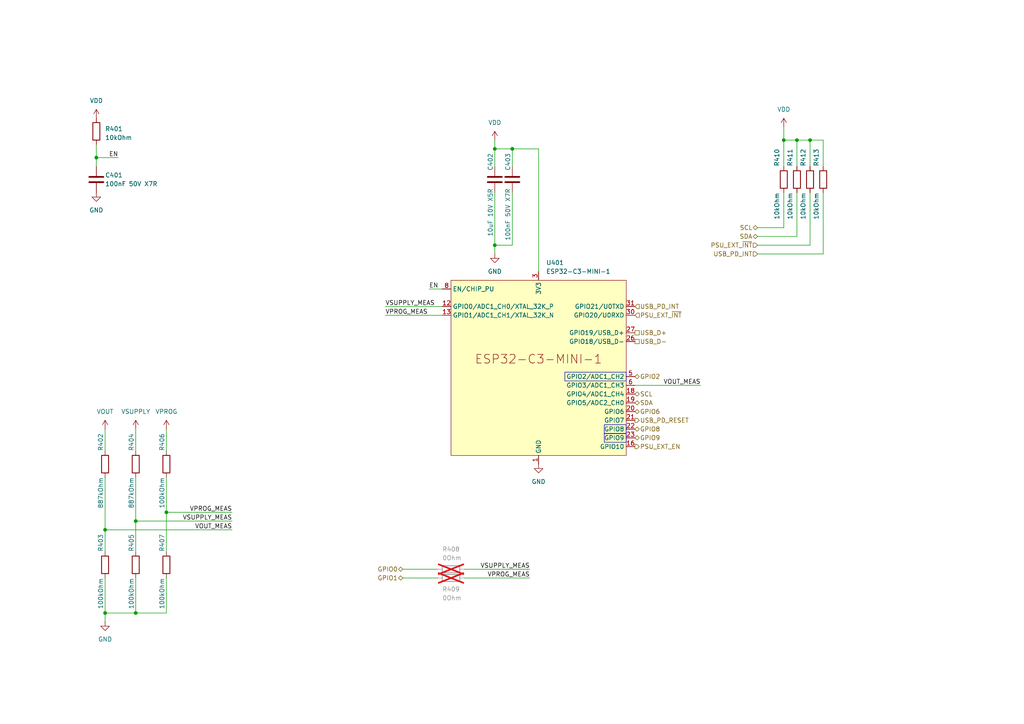
<source format=kicad_sch>
(kicad_sch (version 20231120) (generator "eeschema") (generator_version "8.0")
  (paper "A4")
  (title_block (title "Variable USB power supply") (date "2024-04-23") (rev "1") (company "Sarif"))
  (lib_symbols
    (symbol "Device:C" (pin_numbers hide) (pin_names (offset 0.254))
      (property "Reference" "C" (at 0.635 2.54 0))
      (property "Value" "C" (at 0.635 -2.54 0))
      (symbol "C_0_1"
        (polyline (pts (xy -2.032 -0.762) (xy 2.032 -0.762)) (stroke (width 0.508)))
        (polyline (pts (xy -2.032 0.762) (xy 2.032 0.762)) (stroke (width 0.508)))
      )
      (symbol "C_1_1"
        (pin passive line (at 0 3.81 270) (length 2.794) (name "~") (number "1"))
        (pin passive line (at 0 -3.81 90) (length 2.794) (name "~") (number "2"))
      )
    )
    (symbol "Device:R" (pin_numbers hide) (pin_names (offset 0))
      (property "Reference" "R" (at 2.032 0 90))
      (property "Value" "R" (at 0 0 90))
      (symbol "R_0_1"
        (rectangle (start -1.016 -2.54) (end 1.016 2.54) (stroke (width 0.254)))
      )
      (symbol "R_1_1"
        (pin passive line (at 0 3.81 270) (length 1.27) (name "~") (number "1"))
        (pin passive line (at 0 -3.81 90) (length 1.27) (name "~") (number "2"))
      )
    )
    (symbol "PCM_Espressif:ESP32-C3-MINI-1"
      (property "Reference" "U" (at -25.4 30.48 0))
      (property "Value" "ESP32-C3-MINI-1" (at -25.4 27.94 0))
      (symbol "ESP32-C3-MINI-1_0_0"
        (text "ESP32-C3-MINI-1" (at 0 2.54 0) (effects (font (size 2.54 2.54))))
      )
      (symbol "ESP32-C3-MINI-1_0_1"
        (rectangle (start -25.4 25.4) (end 25.4 -25.4) (fill (type background)))
      )
      (symbol "ESP32-C3-MINI-1_1_1"
        (pin power_in line (at 0 -27.94 90) (length 2.54) (name "GND") (number "1"))
        (pin no_connect line (at -25.4 2.54 0) (length 2.54) hide (name "NC") (number "10"))
        (pin passive line (at 0 -27.94 90) (length 2.54) hide (name "GND") (number "11"))
        (pin bidirectional line (at -27.94 17.78 0) (length 2.54) (name "GPIO0/ADC1_CH0/XTAL_32K_P") (number "12"))
        (pin bidirectional line (at -27.94 15.24 0) (length 2.54) (name "GPIO1/ADC1_CH1/XTAL_32K_N") (number "13"))
        (pin passive line (at 0 -27.94 90) (length 2.54) hide (name "GND") (number "14"))
        (pin no_connect line (at -25.4 0 0) (length 2.54) hide (name "NC") (number "15"))
        (pin bidirectional line (at 27.94 -22.86 180) (length 2.54) (name "GPIO10") (number "16"))
        (pin no_connect line (at -25.4 -2.54 0) (length 2.54) hide (name "NC") (number "17"))
        (pin bidirectional line (at 27.94 -7.62 180) (length 2.54) (name "GPIO4/ADC1_CH4") (number "18"))
        (pin bidirectional line (at 27.94 -10.16 180) (length 2.54) (name "GPIO5/ADC2_CH0") (number "19"))
        (pin passive line (at 0 -27.94 90) (length 2.54) hide (name "GND") (number "2"))
        (pin bidirectional line (at 27.94 -12.7 180) (length 2.54) (name "GPIO6") (number "20"))
        (pin bidirectional line (at 27.94 -15.24 180) (length 2.54) (name "GPIO7") (number "21"))
        (pin bidirectional line (at 27.94 -17.78 180) (length 2.54) (name "GPIO8") (number "22"))
        (pin bidirectional line (at 27.94 -20.32 180) (length 2.54) (name "GPIO9") (number "23"))
        (pin no_connect line (at -25.4 -5.08 0) (length 2.54) hide (name "NC") (number "24"))
        (pin no_connect line (at -25.4 -7.62 0) (length 2.54) hide (name "NC") (number "25"))
        (pin bidirectional line (at 27.94 7.62 180) (length 2.54) (name "GPIO18/USB_D-") (number "26"))
        (pin bidirectional line (at 27.94 10.16 180) (length 2.54) (name "GPIO19/USB_D+") (number "27"))
        (pin no_connect line (at -25.4 -10.16 0) (length 2.54) hide (name "NC") (number "28"))
        (pin no_connect line (at -25.4 -12.7 0) (length 2.54) hide (name "NC") (number "29"))
        (pin power_in line (at 0 27.94 270) (length 2.54) (name "3V3") (number "3"))
        (pin bidirectional line (at 27.94 15.24 180) (length 2.54) (name "GPIO20/U0RXD") (number "30"))
        (pin bidirectional line (at 27.94 17.78 180) (length 2.54) (name "GPIO21/U0TXD") (number "31"))
        (pin no_connect line (at -25.4 -15.24 0) (length 2.54) hide (name "NC") (number "32"))
        (pin no_connect line (at -25.4 -17.78 0) (length 2.54) hide (name "NC") (number "33"))
        (pin no_connect line (at -25.4 -20.32 0) (length 2.54) hide (name "NC") (number "34"))
        (pin no_connect line (at -25.4 -22.86 0) (length 2.54) hide (name "NC") (number "35"))
        (pin passive line (at 0 -27.94 90) (length 2.54) hide (name "GND") (number "36"))
        (pin passive line (at 0 -27.94 90) (length 2.54) hide (name "GND") (number "37"))
        (pin passive line (at 0 -27.94 90) (length 2.54) hide (name "GND") (number "38"))
        (pin passive line (at 0 -27.94 90) (length 2.54) hide (name "GND") (number "39"))
        (pin no_connect line (at -25.4 10.16 0) (length 2.54) hide (name "NC") (number "4"))
        (pin passive line (at 0 -27.94 90) (length 2.54) hide (name "GND") (number "40"))
        (pin passive line (at 0 -27.94 90) (length 2.54) hide (name "GND") (number "41"))
        (pin passive line (at 0 -27.94 90) (length 2.54) hide (name "GND") (number "42"))
        (pin passive line (at 0 -27.94 90) (length 2.54) hide (name "GND") (number "43"))
        (pin passive line (at 0 -27.94 90) (length 2.54) hide (name "GND") (number "44"))
        (pin passive line (at 0 -27.94 90) (length 2.54) hide (name "GND") (number "45"))
        (pin passive line (at 0 -27.94 90) (length 2.54) hide (name "GND") (number "46"))
        (pin passive line (at 0 -27.94 90) (length 2.54) hide (name "GND") (number "47"))
        (pin passive line (at 0 -27.94 90) (length 2.54) hide (name "GND") (number "48"))
        (pin passive line (at 0 -27.94 90) (length 2.54) hide (name "GND") (number "49"))
        (pin bidirectional line (at 27.94 -2.54 180) (length 2.54) (name "GPIO2/ADC1_CH2") (number "5"))
        (pin passive line (at 0 -27.94 90) (length 2.54) hide (name "GND") (number "50"))
        (pin passive line (at 0 -27.94 90) (length 2.54) hide (name "GND") (number "51"))
        (pin passive line (at 0 -27.94 90) (length 2.54) hide (name "GND") (number "52"))
        (pin passive line (at 0 -27.94 90) (length 2.54) hide (name "GND") (number "53"))
        (pin bidirectional line (at 27.94 -5.08 180) (length 2.54) (name "GPIO3/ADC1_CH3") (number "6"))
        (pin no_connect line (at -25.4 7.62 0) (length 2.54) hide (name "NC") (number "7"))
        (pin input line (at -27.94 22.86 0) (length 2.54) (name "EN/CHIP_PU") (number "8"))
        (pin no_connect line (at -25.4 5.08 0) (length 2.54) hide (name "NC") (number "9"))
      )
    )
    (symbol "power:GND" (power) (pin_numbers hide) (pin_names (offset 0) hide)
      (property "Value" "GND" (at 0 -3.81 0))
      (symbol "GND_0_1"
        (polyline (pts (xy 0 0) (xy 0 -1.27) (xy 1.27 -1.27) (xy 0 -2.54) (xy -1.27 -1.27) (xy 0 -1.27)))
      )
      (symbol "GND_1_1"
        (pin power_in line (at 0 0 270) (length 0) (name "~") (number "1"))
      )
    )
    (symbol "power:VBUS" (power) (pin_numbers hide) (pin_names (offset 0) hide)
      (property "Value" "VBUS" (at 0 3.556 0))
      (symbol "VBUS_0_1"
        (polyline (pts (xy -0.762 1.27) (xy 0 2.54)))
        (polyline (pts (xy 0 0) (xy 0 2.54)))
        (polyline (pts (xy 0 2.54) (xy 0.762 1.27)))
      )
      (symbol "VBUS_1_1"
        (pin power_in line (at 0 0 90) (length 0) (name "~") (number "1"))
      )
    )
    (symbol "power:VDD" (power) (pin_numbers hide) (pin_names (offset 0) hide)
      (property "Value" "VDD" (at 0 3.556 0))
      (symbol "VDD_0_1"
        (polyline (pts (xy -0.762 1.27) (xy 0 2.54)))
        (polyline (pts (xy 0 0) (xy 0 2.54)))
        (polyline (pts (xy 0 2.54) (xy 0.762 1.27)))
      )
      (symbol "VDD_1_1"
        (pin power_in line (at 0 0 90) (length 0) (name "~") (number "1"))
      )
    )
  )
  (junction (at 143.51 43.18))
  (junction (at 227.33 40.64))
  (junction (at 148.59 43.18))
  (junction (at 39.37 177.8))
  (junction (at 30.48 177.8))
  (junction (at 27.94 45.72))
  (junction (at 48.26 148.59))
  (junction (at 143.51 71.12))
  (junction (at 30.48 153.67))
  (junction (at 39.37 151.13))
  (junction (at 231.14 40.64))
  (junction (at 234.95 40.64))
  (wire (pts (xy 148.59 43.18) (xy 148.59 48.26)))
  (wire (pts (xy 48.26 148.59) (xy 67.31 148.59)))
  (wire (pts (xy 227.33 55.88) (xy 227.33 66.04)))
  (wire (pts (xy 227.33 40.64) (xy 227.33 48.26)))
  (wire (pts (xy 39.37 151.13) (xy 39.37 160.02)))
  (wire (pts (xy 231.14 48.26) (xy 231.14 40.64)))
  (wire (pts (xy 30.48 124.46) (xy 30.48 130.81)))
  (wire (pts (xy 48.26 138.43) (xy 48.26 148.59)))
  (wire (pts (xy 219.71 68.58) (xy 231.14 68.58)))
  (wire (pts (xy 27.94 45.72) (xy 27.94 48.26)))
  (wire (pts (xy 30.48 138.43) (xy 30.48 153.67)))
  (wire (pts (xy 116.84 167.64) (xy 127 167.64)))
  (wire (pts (xy 238.76 40.64) (xy 234.95 40.64)))
  (wire (pts (xy 219.71 71.12) (xy 234.95 71.12)))
  (wire (pts (xy 219.71 73.66) (xy 238.76 73.66)))
  (wire (pts (xy 30.48 177.8) (xy 39.37 177.8)))
  (wire (pts (xy 39.37 177.8) (xy 48.26 177.8)))
  (wire (pts (xy 48.26 148.59) (xy 48.26 160.02)))
  (wire (pts (xy 116.84 165.1) (xy 127 165.1)))
  (wire (pts (xy 134.62 165.1) (xy 153.67 165.1)))
  (wire (pts (xy 143.51 71.12) (xy 148.59 71.12)))
  (wire (pts (xy 227.33 36.83) (xy 227.33 40.64)))
  (wire (pts (xy 111.76 91.44) (xy 128.27 91.44)))
  (wire (pts (xy 238.76 55.88) (xy 238.76 73.66)))
  (wire (pts (xy 30.48 153.67) (xy 30.48 160.02)))
  (wire (pts (xy 238.76 48.26) (xy 238.76 40.64)))
  (wire (pts (xy 48.26 124.46) (xy 48.26 130.81)))
  (wire (pts (xy 39.37 130.81) (xy 39.37 124.46)))
  (wire (pts (xy 143.51 40.64) (xy 143.51 43.18)))
  (wire (pts (xy 231.14 40.64) (xy 234.95 40.64)))
  (wire (pts (xy 27.94 41.91) (xy 27.94 45.72)))
  (wire (pts (xy 231.14 40.64) (xy 227.33 40.64)))
  (wire (pts (xy 184.15 111.76) (xy 203.2 111.76)))
  (wire (pts (xy 39.37 177.8) (xy 39.37 167.64)))
  (wire (pts (xy 219.71 66.04) (xy 227.33 66.04)))
  (wire (pts (xy 148.59 43.18) (xy 156.21 43.18)))
  (wire (pts (xy 234.95 55.88) (xy 234.95 71.12)))
  (wire (pts (xy 156.21 43.18) (xy 156.21 78.74)))
  (wire (pts (xy 39.37 151.13) (xy 67.31 151.13)))
  (wire (pts (xy 48.26 177.8) (xy 48.26 167.64)))
  (wire (pts (xy 148.59 55.88) (xy 148.59 71.12)))
  (wire (pts (xy 30.48 167.64) (xy 30.48 177.8)))
  (wire (pts (xy 143.51 55.88) (xy 143.51 71.12)))
  (wire (pts (xy 234.95 40.64) (xy 234.95 48.26)))
  (wire (pts (xy 134.62 167.64) (xy 153.67 167.64)))
  (wire (pts (xy 30.48 177.8) (xy 30.48 180.34)))
  (wire (pts (xy 231.14 68.58) (xy 231.14 55.88)))
  (wire (pts (xy 124.46 83.82) (xy 128.27 83.82)))
  (wire (pts (xy 30.48 153.67) (xy 67.31 153.67)))
  (wire (pts (xy 111.76 88.9) (xy 128.27 88.9)))
  (wire (pts (xy 39.37 138.43) (xy 39.37 151.13)))
  (wire (pts (xy 143.51 43.18) (xy 148.59 43.18)))
  (wire (pts (xy 143.51 71.12) (xy 143.51 73.66)))
  (wire (pts (xy 143.51 43.18) (xy 143.51 48.26)))
  (wire (pts (xy 27.94 45.72) (xy 34.29 45.72)))
  (rectangle (start 163.83 107.95) (end 181.61 110.49))
  (rectangle (start 175.26 123.19) (end 181.61 125.73))
  (rectangle (start 175.26 125.73) (end 181.61 128.27))
  (label "VPROG_MEAS" (at 153.67 167.64 180))
  (label "EN" (at 34.29 45.72 180))
  (label "VSUPPLY_MEAS" (at 153.67 165.1 180))
  (label "VOUT_MEAS" (at 203.2 111.76 180))
  (label "VSUPPLY_MEAS" (at 111.76 88.9 0))
  (label "VOUT_MEAS" (at 67.31 153.67 180))
  (label "VSUPPLY_MEAS" (at 67.31 151.13 180))
  (label "VPROG_MEAS" (at 67.31 148.59 180))
  (label "EN" (at 124.46 83.82 0))
  (label "VPROG_MEAS" (at 111.76 91.44 0))
  (hierarchical_label "GPIO1" (shape bidirectional) (at 116.84 167.64 180))
  (hierarchical_label "USB_PD_INT" (shape input) (at 219.71 73.66 180))
  (hierarchical_label "PSU_EXT_~{INT}" (shape input) (at 219.71 71.12 180))
  (hierarchical_label "GPIO6" (shape bidirectional) (at 184.15 119.38 0))
  (hierarchical_label "GPIO2" (shape bidirectional) (at 184.15 109.22 0))
  (hierarchical_label "PSU_EXT_EN" (shape output) (at 184.15 129.54 0))
  (hierarchical_label "GPIO9" (shape bidirectional) (at 184.15 127 0))
  (hierarchical_label "SCL" (shape bidirectional) (at 184.15 114.3 0))
  (hierarchical_label "GPIO0" (shape bidirectional) (at 116.84 165.1 180))
  (hierarchical_label "USB_D+" (shape passive) (at 184.15 96.52 0))
  (hierarchical_label "GPIO8" (shape bidirectional) (at 184.15 124.46 0))
  (hierarchical_label "PSU_EXT_~{INT}" (shape input) (at 184.15 91.44 0))
  (hierarchical_label "USB_D-" (shape passive) (at 184.15 99.06 0))
  (hierarchical_label "SDA" (shape bidirectional) (at 184.15 116.84 0))
  (hierarchical_label "SCL" (shape bidirectional) (at 219.71 66.04 180))
  (hierarchical_label "SDA" (shape bidirectional) (at 219.71 68.58 180))
  (hierarchical_label "USB_PD_INT" (shape input) (at 184.15 88.9 0))
  (hierarchical_label "USB_PD_RESET" (shape output) (at 184.15 121.92 0))
  (symbol (lib_id "power:VBUS") (at 39.37 124.46 0) (unit 1)
    (property "Reference" "#PWR0405" (effects (hide yes)))
    (property "Value" "VSUPPLY" (at 39.37 119.38 0))
    (property "Description" "Power symbol creates a global label with name \"VBUS\"" (effects (hide yes)))
  )
  (symbol (lib_id "Device:R") (at 227.33 52.07 180) (unit 1)
    (property "Reference" "R410" (at 226.06 48.26 90) (effects (justify right top)))
    (property "Value" "10kOhm" (at 226.06 55.88 90) (effects (justify left top)))
    (property "Footprint" "Resistor_SMD:R_0402_1005Metric" (effects (hide yes)))
    (property "LCSC" "C60490" (effects (hide yes)))
  )
  (symbol (lib_id "power:VBUS") (at 48.26 124.46 0) (unit 1)
    (property "Reference" "#PWR0406" (effects (hide yes)))
    (property "Value" "VPROG" (at 48.26 119.38 0))
    (property "Description" "Power symbol creates a global label with name \"VBUS\"" (effects (hide yes)))
  )
  (symbol (lib_id "PCM_Espressif:ESP32-C3-MINI-1") (at 156.21 106.68 0) (unit 1)
    (property "Reference" "U401" (at 158.4041 76.2 0) (effects (justify left)))
    (property "Value" "ESP32-C3-MINI-1" (at 158.4041 78.74 0) (effects (justify left)))
    (property "Footprint" "PCM_Espressif:ESP32-C3-MINI-1" (effects (hide yes)))
    (property "Datasheet" "https://www.espressif.com/sites/default/files/documentation/esp32-c3-mini-1_datasheet_en.pdf" (effects (hide yes)))
    (property "Description" "ESP32-C3-MINI-1 family is an ultra-low-power MCU-based SoC solution that supports 2.4 GHz Wi-Fi and Bluetooth®Low Energy (Bluetooth LE)." (effects (hide yes)))
  )
  (symbol (lib_id "Device:R") (at 48.26 134.62 180) (unit 1)
    (property "Reference" "R406" (at 46.99 130.81 90) (effects (justify right)))
    (property "Value" "100kOhm" (at 46.99 138.43 90) (effects (justify left)))
    (property "Footprint" "Resistor_SMD:R_0402_1005Metric" (effects (hide yes)))
    (property "LCSC" "C25741" (effects (hide yes)))
  )
  (symbol (lib_id "Device:R") (at 130.81 167.64 270) (unit 1) (in_bom no) (dnp yes)
    (property "Reference" "R409" (at 128.27 170.18 90) (effects (justify left top)))
    (property "Value" "0Ohm" (at 128.27 172.72 90) (effects (justify left top)))
    (property "Footprint" "Resistor_SMD:R_0402_1005Metric" (effects (hide yes)))
  )
  (symbol (lib_id "Device:C") (at 27.94 52.07 180) (unit 1)
    (property "Reference" "C401" (at 30.48 50.8 0) (effects (justify right)))
    (property "Value" "100nF 50V X7R" (at 30.48 53.34 0) (effects (justify right)))
    (property "Footprint" "Capacitor_SMD:C_0402_1005Metric" (effects (hide yes)))
    (property "Description" "Unpolarized capacitor" (effects (hide yes)))
    (property "LCSC" "C307331" (effects (hide yes)))
    (property "MFR" "Samsung" (effects (hide yes)))
    (property "MPN" "CL05B104KB54PNC" (effects (hide yes)))
  )
  (symbol (lib_id "Device:R") (at 30.48 163.83 180) (unit 1)
    (property "Reference" "R403" (at 29.21 160.02 90) (effects (justify right)))
    (property "Value" "100kOhm" (at 29.21 167.64 90) (effects (justify left)))
    (property "Footprint" "Resistor_SMD:R_0402_1005Metric" (effects (hide yes)))
    (property "LCSC" "C25741" (effects (hide yes)))
  )
  (symbol (lib_id "power:GND") (at 156.21 134.62 0) (unit 1)
    (property "Reference" "#PWR0409" (effects (hide yes)))
    (property "Value" "GND" (at 156.21 139.7 0))
    (property "Description" "Power symbol creates a global label with name \"GND\" , ground" (effects (hide yes)))
  )
  (symbol (lib_id "Device:C") (at 148.59 52.07 0) (unit 1)
    (property "Reference" "C403" (at 147.32 49.53 90) (effects (justify left)))
    (property "Value" "100nF 50V X7R" (at 147.32 54.61 90) (effects (justify right)))
    (property "Footprint" "Capacitor_SMD:C_0402_1005Metric" (effects (hide yes)))
    (property "Description" "Unpolarized capacitor" (effects (hide yes)))
    (property "LCSC" "C307331" (effects (hide yes)))
    (property "MFR" "Samsung" (effects (hide yes)))
    (property "MPN" "CL05B104KB54PNC" (effects (hide yes)))
  )
  (symbol (lib_id "Device:R") (at 234.95 52.07 180) (unit 1)
    (property "Reference" "R412" (at 233.68 48.26 90) (effects (justify right top)))
    (property "Value" "10kOhm" (at 233.68 55.88 90) (effects (justify left top)))
    (property "Footprint" "Resistor_SMD:R_0402_1005Metric" (effects (hide yes)))
    (property "LCSC" "C60490" (effects (hide yes)))
  )
  (symbol (lib_id "power:VBUS") (at 30.48 124.46 0) (unit 1)
    (property "Reference" "#PWR0403" (effects (hide yes)))
    (property "Value" "VOUT" (at 30.48 119.38 0))
    (property "Description" "Power symbol creates a global label with name \"VBUS\"" (effects (hide yes)))
  )
  (symbol (lib_id "power:VDD") (at 227.33 36.83 0) (unit 1)
    (property "Reference" "#PWR0410" (effects (hide yes)))
    (property "Value" "VDD" (at 227.33 31.75 0))
    (property "Description" "Power symbol creates a global label with name \"VDD\"" (effects (hide yes)))
  )
  (symbol (lib_id "power:VDD") (at 27.94 34.29 0) (unit 1)
    (property "Reference" "#PWR0401" (effects (hide yes)))
    (property "Value" "VDD" (at 27.94 29.21 0))
    (property "Description" "Power symbol creates a global label with name \"VDD\"" (effects (hide yes)))
  )
  (symbol (lib_id "power:GND") (at 143.51 73.66 0) (unit 1)
    (property "Reference" "#PWR0408" (effects (hide yes)))
    (property "Value" "GND" (at 143.51 78.74 0))
    (property "Description" "Power symbol creates a global label with name \"GND\" , ground" (effects (hide yes)))
  )
  (symbol (lib_id "Device:R") (at 238.76 52.07 180) (unit 1)
    (property "Reference" "R413" (at 237.49 48.26 90) (effects (justify right top)))
    (property "Value" "10kOhm" (at 237.49 55.88 90) (effects (justify left top)))
    (property "Footprint" "Resistor_SMD:R_0402_1005Metric" (effects (hide yes)))
    (property "LCSC" "C60490" (effects (hide yes)))
  )
  (symbol (lib_id "power:GND") (at 27.94 55.88 0) (unit 1)
    (property "Reference" "#PWR0402" (effects (hide yes)))
    (property "Value" "GND" (at 27.94 60.96 0))
    (property "Description" "Power symbol creates a global label with name \"GND\" , ground" (effects (hide yes)))
  )
  (symbol (lib_id "Device:R") (at 30.48 134.62 180) (unit 1)
    (property "Reference" "R402" (at 29.21 130.81 90) (effects (justify right)))
    (property "Value" "887kOhm" (at 29.21 138.43 90) (effects (justify left)))
    (property "Footprint" "Resistor_SMD:R_0402_1005Metric" (effects (hide yes)))
    (property "LCSC" "C137930" (effects (hide yes)))
  )
  (symbol (lib_id "Device:C") (at 143.51 52.07 0) (unit 1)
    (property "Reference" "C402" (at 142.24 49.53 90) (effects (justify left)))
    (property "Value" "10uF 10V X5R" (at 142.24 54.61 90) (effects (justify right)))
    (property "Footprint" "Capacitor_SMD:C_0402_1005Metric" (effects (hide yes)))
    (property "Description" "Unpolarized capacitor" (effects (hide yes)))
    (property "LCSC" "C408132" (effects (hide yes)))
    (property "MFR" "Murata" (effects (hide yes)))
    (property "MPN" "GRM155R61A106ME11D" (effects (hide yes)))
  )
  (symbol (lib_id "power:GND") (at 30.48 180.34 0) (unit 1)
    (property "Reference" "#PWR0404" (effects (hide yes)))
    (property "Value" "GND" (at 30.48 185.42 0))
    (property "Description" "Power symbol creates a global label with name \"GND\" , ground" (effects (hide yes)))
  )
  (symbol (lib_id "power:VDD") (at 143.51 40.64 0) (unit 1)
    (property "Reference" "#PWR0407" (effects (hide yes)))
    (property "Value" "VDD" (at 143.51 35.56 0))
    (property "Description" "Power symbol creates a global label with name \"VDD\"" (effects (hide yes)))
  )
  (symbol (lib_id "Device:R") (at 39.37 163.83 180) (unit 1)
    (property "Reference" "R405" (at 38.1 160.02 90) (effects (justify right)))
    (property "Value" "100kOhm" (at 38.1 167.64 90) (effects (justify left)))
    (property "Footprint" "Resistor_SMD:R_0402_1005Metric" (effects (hide yes)))
    (property "LCSC" "C25741" (effects (hide yes)))
  )
  (symbol (lib_id "Device:R") (at 39.37 134.62 180) (unit 1)
    (property "Reference" "R404" (at 38.1 130.81 90) (effects (justify right)))
    (property "Value" "887kOhm" (at 38.1 138.43 90) (effects (justify left)))
    (property "Footprint" "Resistor_SMD:R_0402_1005Metric" (effects (hide yes)))
    (property "LCSC" "C137930" (effects (hide yes)))
  )
  (symbol (lib_id "Device:R") (at 27.94 38.1 180) (unit 1)
    (property "Reference" "R401" (at 30.48 38.1 0) (effects (justify right top)))
    (property "Value" "10kOhm" (at 30.48 40.64 0) (effects (justify right top)))
    (property "Footprint" "Resistor_SMD:R_0402_1005Metric" (effects (hide yes)))
    (property "LCSC" "C60490" (effects (hide yes)))
  )
  (symbol (lib_id "Device:R") (at 48.26 163.83 180) (unit 1)
    (property "Reference" "R407" (at 46.99 160.02 90) (effects (justify right)))
    (property "Value" "100kOhm" (at 46.99 167.64 90) (effects (justify left)))
    (property "Footprint" "Resistor_SMD:R_0402_1005Metric" (effects (hide yes)))
    (property "LCSC" "C25741" (effects (hide yes)))
  )
  (symbol (lib_id "Device:R") (at 130.81 165.1 90) (unit 1) (in_bom no) (dnp yes)
    (property "Reference" "R408" (at 128.27 160.02 90) (effects (justify right top)))
    (property "Value" "0Ohm" (at 128.27 162.56 90) (effects (justify right top)))
    (property "Footprint" "Resistor_SMD:R_0402_1005Metric" (effects (hide yes)))
  )
  (symbol (lib_id "Device:R") (at 231.14 52.07 180) (unit 1)
    (property "Reference" "R411" (at 229.87 48.26 90) (effects (justify right top)))
    (property "Value" "10kOhm" (at 229.87 55.88 90) (effects (justify left top)))
    (property "Footprint" "Resistor_SMD:R_0402_1005Metric" (effects (hide yes)))
    (property "LCSC" "C60490" (effects (hide yes)))
  )
)
</source>
